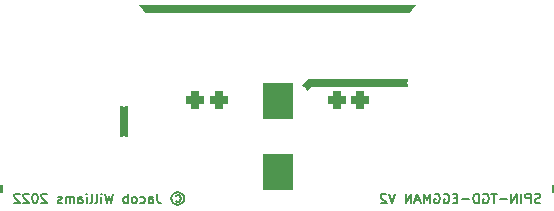
<source format=gbo>
G04 #@! TF.GenerationSoftware,KiCad,Pcbnew,(6.0.0)*
G04 #@! TF.CreationDate,2022-01-15T04:49:46-05:00*
G04 #@! TF.ProjectId,spin-tgd-power,7370696e-2d74-4676-942d-706f7765722e,rev?*
G04 #@! TF.SameCoordinates,Original*
G04 #@! TF.FileFunction,Legend,Bot*
G04 #@! TF.FilePolarity,Positive*
%FSLAX46Y46*%
G04 Gerber Fmt 4.6, Leading zero omitted, Abs format (unit mm)*
G04 Created by KiCad (PCBNEW (6.0.0)) date 2022-01-15 04:49:46*
%MOMM*%
%LPD*%
G01*
G04 APERTURE LIST*
G04 Aperture macros list*
%AMRoundRect*
0 Rectangle with rounded corners*
0 $1 Rounding radius*
0 $2 $3 $4 $5 $6 $7 $8 $9 X,Y pos of 4 corners*
0 Add a 4 corners polygon primitive as box body*
4,1,4,$2,$3,$4,$5,$6,$7,$8,$9,$2,$3,0*
0 Add four circle primitives for the rounded corners*
1,1,$1+$1,$2,$3*
1,1,$1+$1,$4,$5*
1,1,$1+$1,$6,$7*
1,1,$1+$1,$8,$9*
0 Add four rect primitives between the rounded corners*
20,1,$1+$1,$2,$3,$4,$5,0*
20,1,$1+$1,$4,$5,$6,$7,0*
20,1,$1+$1,$6,$7,$8,$9,0*
20,1,$1+$1,$8,$9,$2,$3,0*%
G04 Aperture macros list end*
%ADD10C,0.200000*%
%ADD11C,0.700000*%
%ADD12C,4.000000*%
%ADD13C,1.400000*%
%ADD14C,2.200000*%
%ADD15RoundRect,0.375000X-0.375000X-0.375000X0.375000X-0.375000X0.375000X0.375000X-0.375000X0.375000X0*%
%ADD16C,3.000000*%
%ADD17RoundRect,0.200000X0.500981X1.221277X-1.044501X0.807167X-0.500981X-1.221277X1.044501X-0.807167X0*%
%ADD18RoundRect,0.200000X-0.500981X-1.221277X1.044501X-0.807167X0.500981X1.221277X-1.044501X0.807167X0*%
%ADD19RoundRect,0.200000X1.044501X0.807167X-0.500981X1.221277X-1.044501X-0.807167X0.500981X-1.221277X0*%
%ADD20RoundRect,0.200000X-1.044501X-0.807167X0.500981X-1.221277X1.044501X0.807167X-0.500981X1.221277X0*%
%ADD21RoundRect,1.500000X-1.250000X0.000000X-1.250000X0.000000X1.250000X0.000000X1.250000X0.000000X0*%
G04 APERTURE END LIST*
D10*
X-8604761Y-17552380D02*
X-8528571Y-17514285D01*
X-8376190Y-17514285D01*
X-8300000Y-17552380D01*
X-8223809Y-17628571D01*
X-8185714Y-17704761D01*
X-8185714Y-17857142D01*
X-8223809Y-17933333D01*
X-8300000Y-18009523D01*
X-8376190Y-18047619D01*
X-8528571Y-18047619D01*
X-8604761Y-18009523D01*
X-8452380Y-17247619D02*
X-8261904Y-17285714D01*
X-8071428Y-17400000D01*
X-7957142Y-17590476D01*
X-7919047Y-17780952D01*
X-7957142Y-17971428D01*
X-8071428Y-18161904D01*
X-8261904Y-18276190D01*
X-8452380Y-18314285D01*
X-8642857Y-18276190D01*
X-8833333Y-18161904D01*
X-8947619Y-17971428D01*
X-8985714Y-17780952D01*
X-8947619Y-17590476D01*
X-8833333Y-17400000D01*
X-8642857Y-17285714D01*
X-8452380Y-17247619D01*
X-10166666Y-17361904D02*
X-10166666Y-17933333D01*
X-10128571Y-18047619D01*
X-10052380Y-18123809D01*
X-9938095Y-18161904D01*
X-9861904Y-18161904D01*
X-10890476Y-18161904D02*
X-10890476Y-17742857D01*
X-10852380Y-17666666D01*
X-10776190Y-17628571D01*
X-10623809Y-17628571D01*
X-10547619Y-17666666D01*
X-10890476Y-18123809D02*
X-10814285Y-18161904D01*
X-10623809Y-18161904D01*
X-10547619Y-18123809D01*
X-10509523Y-18047619D01*
X-10509523Y-17971428D01*
X-10547619Y-17895238D01*
X-10623809Y-17857142D01*
X-10814285Y-17857142D01*
X-10890476Y-17819047D01*
X-11614285Y-18123809D02*
X-11538095Y-18161904D01*
X-11385714Y-18161904D01*
X-11309523Y-18123809D01*
X-11271428Y-18085714D01*
X-11233333Y-18009523D01*
X-11233333Y-17780952D01*
X-11271428Y-17704761D01*
X-11309523Y-17666666D01*
X-11385714Y-17628571D01*
X-11538095Y-17628571D01*
X-11614285Y-17666666D01*
X-12071428Y-18161904D02*
X-11995238Y-18123809D01*
X-11957142Y-18085714D01*
X-11919047Y-18009523D01*
X-11919047Y-17780952D01*
X-11957142Y-17704761D01*
X-11995238Y-17666666D01*
X-12071428Y-17628571D01*
X-12185714Y-17628571D01*
X-12261904Y-17666666D01*
X-12300000Y-17704761D01*
X-12338095Y-17780952D01*
X-12338095Y-18009523D01*
X-12300000Y-18085714D01*
X-12261904Y-18123809D01*
X-12185714Y-18161904D01*
X-12071428Y-18161904D01*
X-12680952Y-18161904D02*
X-12680952Y-17361904D01*
X-12680952Y-17666666D02*
X-12757142Y-17628571D01*
X-12909523Y-17628571D01*
X-12985714Y-17666666D01*
X-13023809Y-17704761D01*
X-13061904Y-17780952D01*
X-13061904Y-18009523D01*
X-13023809Y-18085714D01*
X-12985714Y-18123809D01*
X-12909523Y-18161904D01*
X-12757142Y-18161904D01*
X-12680952Y-18123809D01*
X-13938095Y-17361904D02*
X-14128571Y-18161904D01*
X-14280952Y-17590476D01*
X-14433333Y-18161904D01*
X-14623809Y-17361904D01*
X-14928571Y-18161904D02*
X-14928571Y-17628571D01*
X-14928571Y-17361904D02*
X-14890476Y-17400000D01*
X-14928571Y-17438095D01*
X-14966666Y-17400000D01*
X-14928571Y-17361904D01*
X-14928571Y-17438095D01*
X-15423809Y-18161904D02*
X-15347619Y-18123809D01*
X-15309523Y-18047619D01*
X-15309523Y-17361904D01*
X-15842857Y-18161904D02*
X-15766666Y-18123809D01*
X-15728571Y-18047619D01*
X-15728571Y-17361904D01*
X-16147619Y-18161904D02*
X-16147619Y-17628571D01*
X-16147619Y-17361904D02*
X-16109523Y-17400000D01*
X-16147619Y-17438095D01*
X-16185714Y-17400000D01*
X-16147619Y-17361904D01*
X-16147619Y-17438095D01*
X-16871428Y-18161904D02*
X-16871428Y-17742857D01*
X-16833333Y-17666666D01*
X-16757142Y-17628571D01*
X-16604761Y-17628571D01*
X-16528571Y-17666666D01*
X-16871428Y-18123809D02*
X-16795238Y-18161904D01*
X-16604761Y-18161904D01*
X-16528571Y-18123809D01*
X-16490476Y-18047619D01*
X-16490476Y-17971428D01*
X-16528571Y-17895238D01*
X-16604761Y-17857142D01*
X-16795238Y-17857142D01*
X-16871428Y-17819047D01*
X-17252380Y-18161904D02*
X-17252380Y-17628571D01*
X-17252380Y-17704761D02*
X-17290476Y-17666666D01*
X-17366666Y-17628571D01*
X-17480952Y-17628571D01*
X-17557142Y-17666666D01*
X-17595238Y-17742857D01*
X-17595238Y-18161904D01*
X-17595238Y-17742857D02*
X-17633333Y-17666666D01*
X-17709523Y-17628571D01*
X-17823809Y-17628571D01*
X-17900000Y-17666666D01*
X-17938095Y-17742857D01*
X-17938095Y-18161904D01*
X-18280952Y-18123809D02*
X-18357142Y-18161904D01*
X-18509523Y-18161904D01*
X-18585714Y-18123809D01*
X-18623809Y-18047619D01*
X-18623809Y-18009523D01*
X-18585714Y-17933333D01*
X-18509523Y-17895238D01*
X-18395238Y-17895238D01*
X-18319047Y-17857142D01*
X-18280952Y-17780952D01*
X-18280952Y-17742857D01*
X-18319047Y-17666666D01*
X-18395238Y-17628571D01*
X-18509523Y-17628571D01*
X-18585714Y-17666666D01*
X-19538095Y-17438095D02*
X-19576190Y-17400000D01*
X-19652380Y-17361904D01*
X-19842857Y-17361904D01*
X-19919047Y-17400000D01*
X-19957142Y-17438095D01*
X-19995238Y-17514285D01*
X-19995238Y-17590476D01*
X-19957142Y-17704761D01*
X-19500000Y-18161904D01*
X-19995238Y-18161904D01*
X-20490476Y-17361904D02*
X-20566666Y-17361904D01*
X-20642857Y-17400000D01*
X-20680952Y-17438095D01*
X-20719047Y-17514285D01*
X-20757142Y-17666666D01*
X-20757142Y-17857142D01*
X-20719047Y-18009523D01*
X-20680952Y-18085714D01*
X-20642857Y-18123809D01*
X-20566666Y-18161904D01*
X-20490476Y-18161904D01*
X-20414285Y-18123809D01*
X-20376190Y-18085714D01*
X-20338095Y-18009523D01*
X-20300000Y-17857142D01*
X-20300000Y-17666666D01*
X-20338095Y-17514285D01*
X-20376190Y-17438095D01*
X-20414285Y-17400000D01*
X-20490476Y-17361904D01*
X-21061904Y-17438095D02*
X-21100000Y-17400000D01*
X-21176190Y-17361904D01*
X-21366666Y-17361904D01*
X-21442857Y-17400000D01*
X-21480952Y-17438095D01*
X-21519047Y-17514285D01*
X-21519047Y-17590476D01*
X-21480952Y-17704761D01*
X-21023809Y-18161904D01*
X-21519047Y-18161904D01*
X-21823809Y-17438095D02*
X-21861904Y-17400000D01*
X-21938095Y-17361904D01*
X-22128571Y-17361904D01*
X-22204761Y-17400000D01*
X-22242857Y-17438095D01*
X-22280952Y-17514285D01*
X-22280952Y-17590476D01*
X-22242857Y-17704761D01*
X-21785714Y-18161904D01*
X-22280952Y-18161904D01*
X22242857Y-18123809D02*
X22128571Y-18161904D01*
X21938095Y-18161904D01*
X21861904Y-18123809D01*
X21823809Y-18085714D01*
X21785714Y-18009523D01*
X21785714Y-17933333D01*
X21823809Y-17857142D01*
X21861904Y-17819047D01*
X21938095Y-17780952D01*
X22090476Y-17742857D01*
X22166666Y-17704761D01*
X22204761Y-17666666D01*
X22242857Y-17590476D01*
X22242857Y-17514285D01*
X22204761Y-17438095D01*
X22166666Y-17400000D01*
X22090476Y-17361904D01*
X21900000Y-17361904D01*
X21785714Y-17400000D01*
X21442857Y-18161904D02*
X21442857Y-17361904D01*
X21138095Y-17361904D01*
X21061904Y-17400000D01*
X21023809Y-17438095D01*
X20985714Y-17514285D01*
X20985714Y-17628571D01*
X21023809Y-17704761D01*
X21061904Y-17742857D01*
X21138095Y-17780952D01*
X21442857Y-17780952D01*
X20642857Y-18161904D02*
X20642857Y-17361904D01*
X20261904Y-18161904D02*
X20261904Y-17361904D01*
X19804761Y-18161904D01*
X19804761Y-17361904D01*
X19423809Y-17857142D02*
X18814285Y-17857142D01*
X18547619Y-17361904D02*
X18090476Y-17361904D01*
X18319047Y-18161904D02*
X18319047Y-17361904D01*
X17404761Y-17400000D02*
X17480952Y-17361904D01*
X17595238Y-17361904D01*
X17709523Y-17400000D01*
X17785714Y-17476190D01*
X17823809Y-17552380D01*
X17861904Y-17704761D01*
X17861904Y-17819047D01*
X17823809Y-17971428D01*
X17785714Y-18047619D01*
X17709523Y-18123809D01*
X17595238Y-18161904D01*
X17519047Y-18161904D01*
X17404761Y-18123809D01*
X17366666Y-18085714D01*
X17366666Y-17819047D01*
X17519047Y-17819047D01*
X17023809Y-18161904D02*
X17023809Y-17361904D01*
X16833333Y-17361904D01*
X16719047Y-17400000D01*
X16642857Y-17476190D01*
X16604761Y-17552380D01*
X16566666Y-17704761D01*
X16566666Y-17819047D01*
X16604761Y-17971428D01*
X16642857Y-18047619D01*
X16719047Y-18123809D01*
X16833333Y-18161904D01*
X17023809Y-18161904D01*
X16223809Y-17857142D02*
X15614285Y-17857142D01*
X15233333Y-17742857D02*
X14966666Y-17742857D01*
X14852380Y-18161904D02*
X15233333Y-18161904D01*
X15233333Y-17361904D01*
X14852380Y-17361904D01*
X14090476Y-17400000D02*
X14166666Y-17361904D01*
X14280952Y-17361904D01*
X14395238Y-17400000D01*
X14471428Y-17476190D01*
X14509523Y-17552380D01*
X14547619Y-17704761D01*
X14547619Y-17819047D01*
X14509523Y-17971428D01*
X14471428Y-18047619D01*
X14395238Y-18123809D01*
X14280952Y-18161904D01*
X14204761Y-18161904D01*
X14090476Y-18123809D01*
X14052380Y-18085714D01*
X14052380Y-17819047D01*
X14204761Y-17819047D01*
X13290476Y-17400000D02*
X13366666Y-17361904D01*
X13480952Y-17361904D01*
X13595238Y-17400000D01*
X13671428Y-17476190D01*
X13709523Y-17552380D01*
X13747619Y-17704761D01*
X13747619Y-17819047D01*
X13709523Y-17971428D01*
X13671428Y-18047619D01*
X13595238Y-18123809D01*
X13480952Y-18161904D01*
X13404761Y-18161904D01*
X13290476Y-18123809D01*
X13252380Y-18085714D01*
X13252380Y-17819047D01*
X13404761Y-17819047D01*
X12909523Y-18161904D02*
X12909523Y-17361904D01*
X12642857Y-17933333D01*
X12376190Y-17361904D01*
X12376190Y-18161904D01*
X12033333Y-17933333D02*
X11652380Y-17933333D01*
X12109523Y-18161904D02*
X11842857Y-17361904D01*
X11576190Y-18161904D01*
X11309523Y-18161904D02*
X11309523Y-17361904D01*
X10852380Y-18161904D01*
X10852380Y-17361904D01*
X9976190Y-17361904D02*
X9709523Y-18161904D01*
X9442857Y-17361904D01*
X9214285Y-17438095D02*
X9176190Y-17400000D01*
X9100000Y-17361904D01*
X8909523Y-17361904D01*
X8833333Y-17400000D01*
X8795238Y-17438095D01*
X8757142Y-17514285D01*
X8757142Y-17590476D01*
X8795238Y-17704761D01*
X9252380Y-18161904D01*
X8757142Y-18161904D01*
D11*
X13000000Y-1700000D02*
X-12900000Y-1700000D01*
X2750000Y-8000000D02*
X13000000Y-8000000D01*
X1300000Y-9500000D02*
X2750000Y-8000000D01*
X-13000000Y-14000000D02*
X-13000000Y-7900000D01*
%LPC*%
D12*
X-13000000Y-3000000D03*
X-13000000Y-8000000D03*
X13000000Y-8000000D03*
X13000000Y-3000000D03*
D13*
X7600000Y-16250000D03*
X7600000Y-12950000D03*
X-7600000Y-16250000D03*
X-7600000Y-12950000D03*
D14*
X3000000Y-3600000D03*
D15*
X-24000000Y-17000000D03*
X24000000Y-17000000D03*
D16*
X-13000000Y-14000000D03*
D15*
X-7000000Y-9450000D03*
X-5000000Y-9450000D03*
X5000000Y-9450000D03*
X7000000Y-9450000D03*
D14*
X-3000000Y-3600000D03*
D17*
X-17356997Y-13836216D03*
D18*
X-17745225Y-12387327D03*
X-20643003Y-13163784D03*
D17*
X-20254775Y-14612673D03*
D19*
X17356997Y-13836216D03*
D20*
X17745225Y-12387327D03*
X20643003Y-13163784D03*
D19*
X20254775Y-14612673D03*
D14*
X24000000Y-7300000D03*
X18000000Y-6000000D03*
X-18000000Y-6000000D03*
X-24000000Y-7300000D03*
D21*
X0Y-15500000D03*
X0Y-9500000D03*
M02*

</source>
